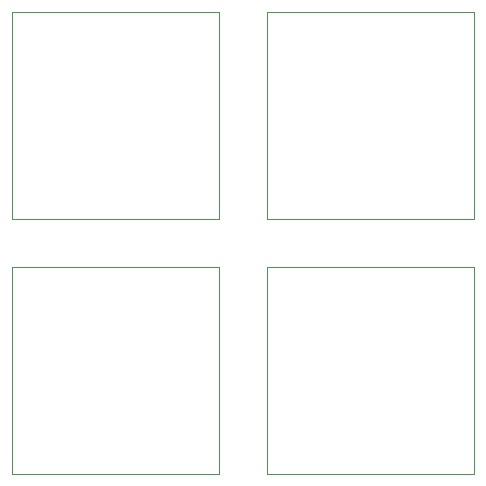
<source format=gbr>
%TF.GenerationSoftware,KiCad,Pcbnew,(5.99.0-12181-g5e8b23af64)*%
%TF.CreationDate,2021-09-04T21:06:35-05:00*%
%TF.ProjectId,coax-board,636f6178-2d62-46f6-9172-642e6b696361,rev?*%
%TF.SameCoordinates,Original*%
%TF.FileFunction,Legend,Top*%
%TF.FilePolarity,Positive*%
%FSLAX46Y46*%
G04 Gerber Fmt 4.6, Leading zero omitted, Abs format (unit mm)*
G04 Created by KiCad (PCBNEW (5.99.0-12181-g5e8b23af64)) date 2021-09-04 21:06:35*
%MOMM*%
%LPD*%
G01*
G04 APERTURE LIST*
%ADD10C,0.120000*%
G04 APERTURE END LIST*
D10*
%TO.C,J4*%
X149720000Y-87770000D02*
X149720000Y-105270000D01*
X132220000Y-87770000D02*
X149720000Y-87770000D01*
X132220000Y-105270000D02*
X132220000Y-87770000D01*
X149720000Y-105270000D02*
X132220000Y-105270000D01*
%TO.C,J3*%
X110630000Y-105270000D02*
X110630000Y-87770000D01*
X128130000Y-105270000D02*
X110630000Y-105270000D01*
X128130000Y-87770000D02*
X128130000Y-105270000D01*
X110630000Y-87770000D02*
X128130000Y-87770000D01*
%TO.C,J2*%
X149720000Y-83680000D02*
X132220000Y-83680000D01*
X132220000Y-66180000D02*
X149720000Y-66180000D01*
X149720000Y-66180000D02*
X149720000Y-83680000D01*
X132220000Y-83680000D02*
X132220000Y-66180000D01*
%TO.C,J1*%
X110630000Y-83680000D02*
X110630000Y-66180000D01*
X128130000Y-66180000D02*
X128130000Y-83680000D01*
X110630000Y-66180000D02*
X128130000Y-66180000D01*
X128130000Y-83680000D02*
X110630000Y-83680000D01*
%TD*%
M02*

</source>
